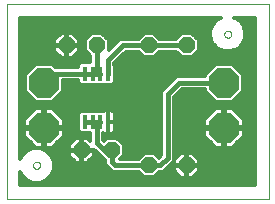
<source format=gtl>
G75*
%MOIN*%
%OFA0B0*%
%FSLAX25Y25*%
%IPPOS*%
%LPD*%
%AMOC8*
5,1,8,0,0,1.08239X$1,22.5*
%
%ADD10C,0.00000*%
%ADD11OC8,0.05200*%
%ADD12OC8,0.10000*%
%ADD13R,0.01575X0.04724*%
%ADD14C,0.01600*%
%ADD15C,0.01200*%
D10*
X0001800Y0001800D02*
X0001800Y0066761D01*
X0089251Y0066761D01*
X0089251Y0001800D01*
X0001800Y0001800D01*
X0010619Y0013050D02*
X0010621Y0013119D01*
X0010627Y0013187D01*
X0010637Y0013255D01*
X0010651Y0013322D01*
X0010669Y0013389D01*
X0010690Y0013454D01*
X0010716Y0013518D01*
X0010745Y0013580D01*
X0010777Y0013640D01*
X0010813Y0013699D01*
X0010853Y0013755D01*
X0010895Y0013809D01*
X0010941Y0013860D01*
X0010990Y0013909D01*
X0011041Y0013955D01*
X0011095Y0013997D01*
X0011151Y0014037D01*
X0011209Y0014073D01*
X0011270Y0014105D01*
X0011332Y0014134D01*
X0011396Y0014160D01*
X0011461Y0014181D01*
X0011528Y0014199D01*
X0011595Y0014213D01*
X0011663Y0014223D01*
X0011731Y0014229D01*
X0011800Y0014231D01*
X0011869Y0014229D01*
X0011937Y0014223D01*
X0012005Y0014213D01*
X0012072Y0014199D01*
X0012139Y0014181D01*
X0012204Y0014160D01*
X0012268Y0014134D01*
X0012330Y0014105D01*
X0012390Y0014073D01*
X0012449Y0014037D01*
X0012505Y0013997D01*
X0012559Y0013955D01*
X0012610Y0013909D01*
X0012659Y0013860D01*
X0012705Y0013809D01*
X0012747Y0013755D01*
X0012787Y0013699D01*
X0012823Y0013640D01*
X0012855Y0013580D01*
X0012884Y0013518D01*
X0012910Y0013454D01*
X0012931Y0013389D01*
X0012949Y0013322D01*
X0012963Y0013255D01*
X0012973Y0013187D01*
X0012979Y0013119D01*
X0012981Y0013050D01*
X0012979Y0012981D01*
X0012973Y0012913D01*
X0012963Y0012845D01*
X0012949Y0012778D01*
X0012931Y0012711D01*
X0012910Y0012646D01*
X0012884Y0012582D01*
X0012855Y0012520D01*
X0012823Y0012459D01*
X0012787Y0012401D01*
X0012747Y0012345D01*
X0012705Y0012291D01*
X0012659Y0012240D01*
X0012610Y0012191D01*
X0012559Y0012145D01*
X0012505Y0012103D01*
X0012449Y0012063D01*
X0012391Y0012027D01*
X0012330Y0011995D01*
X0012268Y0011966D01*
X0012204Y0011940D01*
X0012139Y0011919D01*
X0012072Y0011901D01*
X0012005Y0011887D01*
X0011937Y0011877D01*
X0011869Y0011871D01*
X0011800Y0011869D01*
X0011731Y0011871D01*
X0011663Y0011877D01*
X0011595Y0011887D01*
X0011528Y0011901D01*
X0011461Y0011919D01*
X0011396Y0011940D01*
X0011332Y0011966D01*
X0011270Y0011995D01*
X0011209Y0012027D01*
X0011151Y0012063D01*
X0011095Y0012103D01*
X0011041Y0012145D01*
X0010990Y0012191D01*
X0010941Y0012240D01*
X0010895Y0012291D01*
X0010853Y0012345D01*
X0010813Y0012401D01*
X0010777Y0012459D01*
X0010745Y0012520D01*
X0010716Y0012582D01*
X0010690Y0012646D01*
X0010669Y0012711D01*
X0010651Y0012778D01*
X0010637Y0012845D01*
X0010627Y0012913D01*
X0010621Y0012981D01*
X0010619Y0013050D01*
X0074369Y0056800D02*
X0074371Y0056869D01*
X0074377Y0056937D01*
X0074387Y0057005D01*
X0074401Y0057072D01*
X0074419Y0057139D01*
X0074440Y0057204D01*
X0074466Y0057268D01*
X0074495Y0057330D01*
X0074527Y0057390D01*
X0074563Y0057449D01*
X0074603Y0057505D01*
X0074645Y0057559D01*
X0074691Y0057610D01*
X0074740Y0057659D01*
X0074791Y0057705D01*
X0074845Y0057747D01*
X0074901Y0057787D01*
X0074959Y0057823D01*
X0075020Y0057855D01*
X0075082Y0057884D01*
X0075146Y0057910D01*
X0075211Y0057931D01*
X0075278Y0057949D01*
X0075345Y0057963D01*
X0075413Y0057973D01*
X0075481Y0057979D01*
X0075550Y0057981D01*
X0075619Y0057979D01*
X0075687Y0057973D01*
X0075755Y0057963D01*
X0075822Y0057949D01*
X0075889Y0057931D01*
X0075954Y0057910D01*
X0076018Y0057884D01*
X0076080Y0057855D01*
X0076140Y0057823D01*
X0076199Y0057787D01*
X0076255Y0057747D01*
X0076309Y0057705D01*
X0076360Y0057659D01*
X0076409Y0057610D01*
X0076455Y0057559D01*
X0076497Y0057505D01*
X0076537Y0057449D01*
X0076573Y0057390D01*
X0076605Y0057330D01*
X0076634Y0057268D01*
X0076660Y0057204D01*
X0076681Y0057139D01*
X0076699Y0057072D01*
X0076713Y0057005D01*
X0076723Y0056937D01*
X0076729Y0056869D01*
X0076731Y0056800D01*
X0076729Y0056731D01*
X0076723Y0056663D01*
X0076713Y0056595D01*
X0076699Y0056528D01*
X0076681Y0056461D01*
X0076660Y0056396D01*
X0076634Y0056332D01*
X0076605Y0056270D01*
X0076573Y0056209D01*
X0076537Y0056151D01*
X0076497Y0056095D01*
X0076455Y0056041D01*
X0076409Y0055990D01*
X0076360Y0055941D01*
X0076309Y0055895D01*
X0076255Y0055853D01*
X0076199Y0055813D01*
X0076141Y0055777D01*
X0076080Y0055745D01*
X0076018Y0055716D01*
X0075954Y0055690D01*
X0075889Y0055669D01*
X0075822Y0055651D01*
X0075755Y0055637D01*
X0075687Y0055627D01*
X0075619Y0055621D01*
X0075550Y0055619D01*
X0075481Y0055621D01*
X0075413Y0055627D01*
X0075345Y0055637D01*
X0075278Y0055651D01*
X0075211Y0055669D01*
X0075146Y0055690D01*
X0075082Y0055716D01*
X0075020Y0055745D01*
X0074959Y0055777D01*
X0074901Y0055813D01*
X0074845Y0055853D01*
X0074791Y0055895D01*
X0074740Y0055941D01*
X0074691Y0055990D01*
X0074645Y0056041D01*
X0074603Y0056095D01*
X0074563Y0056151D01*
X0074527Y0056209D01*
X0074495Y0056270D01*
X0074466Y0056332D01*
X0074440Y0056396D01*
X0074419Y0056461D01*
X0074401Y0056528D01*
X0074387Y0056595D01*
X0074377Y0056663D01*
X0074371Y0056731D01*
X0074369Y0056800D01*
D11*
X0061800Y0053050D03*
X0049300Y0053050D03*
X0031800Y0053050D03*
X0021800Y0053050D03*
X0026800Y0018050D03*
X0036800Y0018050D03*
X0049300Y0013050D03*
X0061800Y0013050D03*
D12*
X0074300Y0025550D03*
X0074300Y0040550D03*
X0014300Y0040550D03*
X0014300Y0025550D03*
D13*
X0027961Y0027479D03*
X0030520Y0027479D03*
X0033080Y0027479D03*
X0035639Y0027479D03*
X0035639Y0043621D03*
X0033080Y0043621D03*
X0030520Y0043621D03*
X0027961Y0043621D03*
D14*
X0017371Y0043621D01*
X0014300Y0040550D01*
X0027961Y0043621D02*
X0030520Y0043621D01*
X0031800Y0044900D01*
X0031800Y0053050D01*
X0035550Y0048050D02*
X0035550Y0043709D01*
X0035639Y0043621D01*
X0033080Y0043621D02*
X0030520Y0043621D01*
X0035550Y0048050D02*
X0040550Y0053050D01*
X0049300Y0053050D01*
X0061800Y0053050D01*
X0059300Y0040550D02*
X0055550Y0036800D01*
X0055550Y0015550D01*
X0053050Y0013050D01*
X0049300Y0013050D01*
X0038050Y0013050D01*
X0036800Y0014300D01*
X0036800Y0018050D01*
X0034300Y0018050D01*
X0031800Y0020550D01*
X0031800Y0026200D01*
X0030520Y0027479D01*
X0033080Y0027479D01*
X0030520Y0027479D02*
X0027961Y0027479D01*
X0059300Y0040550D02*
X0074300Y0040550D01*
D15*
X0079063Y0036262D02*
X0084651Y0036262D01*
X0084651Y0037461D02*
X0080262Y0037461D01*
X0080700Y0037899D02*
X0080700Y0043201D01*
X0076951Y0046950D01*
X0071649Y0046950D01*
X0067900Y0043201D01*
X0067900Y0042750D01*
X0058389Y0042750D01*
X0054639Y0039000D01*
X0053350Y0037711D01*
X0053350Y0016461D01*
X0052448Y0015559D01*
X0050957Y0017050D01*
X0047643Y0017050D01*
X0045843Y0015250D01*
X0039657Y0015250D01*
X0040800Y0016393D01*
X0040800Y0019707D01*
X0038457Y0022050D01*
X0035143Y0022050D01*
X0034277Y0021184D01*
X0034000Y0021461D01*
X0034000Y0023717D01*
X0034076Y0023717D01*
X0034234Y0023626D01*
X0034641Y0023517D01*
X0035639Y0023517D01*
X0036637Y0023517D01*
X0037044Y0023626D01*
X0037408Y0023837D01*
X0037706Y0024134D01*
X0037917Y0024499D01*
X0038026Y0024906D01*
X0038026Y0027479D01*
X0035639Y0027479D01*
X0035639Y0027479D01*
X0038026Y0027479D01*
X0038026Y0030052D01*
X0037917Y0030459D01*
X0037706Y0030824D01*
X0037408Y0031122D01*
X0037044Y0031332D01*
X0036637Y0031441D01*
X0035639Y0031441D01*
X0035639Y0027479D01*
X0035639Y0023517D01*
X0035639Y0027479D01*
X0035639Y0027479D01*
X0035639Y0027479D01*
X0035639Y0031441D01*
X0034641Y0031441D01*
X0034234Y0031332D01*
X0034076Y0031241D01*
X0026594Y0031241D01*
X0025774Y0030421D01*
X0025774Y0028403D01*
X0025761Y0028390D01*
X0025761Y0026568D01*
X0025774Y0026555D01*
X0025774Y0024537D01*
X0026594Y0023717D01*
X0029600Y0023717D01*
X0029600Y0021190D01*
X0028540Y0022250D01*
X0027000Y0022250D01*
X0027000Y0018250D01*
X0030989Y0018250D01*
X0032800Y0016439D01*
X0032800Y0016393D01*
X0034600Y0014593D01*
X0034600Y0013389D01*
X0035889Y0012100D01*
X0037139Y0010850D01*
X0045843Y0010850D01*
X0047643Y0009050D01*
X0050957Y0009050D01*
X0052757Y0010850D01*
X0053961Y0010850D01*
X0055250Y0012139D01*
X0057600Y0014489D01*
X0057600Y0013250D01*
X0061600Y0013250D01*
X0061600Y0017250D01*
X0060060Y0017250D01*
X0057750Y0014940D01*
X0057750Y0035889D01*
X0060211Y0038350D01*
X0067900Y0038350D01*
X0067900Y0037899D01*
X0071649Y0034150D01*
X0076951Y0034150D01*
X0080700Y0037899D01*
X0080700Y0038659D02*
X0084651Y0038659D01*
X0084651Y0039858D02*
X0080700Y0039858D01*
X0080700Y0041056D02*
X0084651Y0041056D01*
X0084651Y0042255D02*
X0080700Y0042255D01*
X0080448Y0043453D02*
X0084651Y0043453D01*
X0084651Y0044652D02*
X0079249Y0044652D01*
X0078051Y0045850D02*
X0084651Y0045850D01*
X0084651Y0047049D02*
X0037750Y0047049D01*
X0037750Y0047139D02*
X0041461Y0050850D01*
X0045843Y0050850D01*
X0047643Y0049050D01*
X0050957Y0049050D01*
X0052757Y0050850D01*
X0058343Y0050850D01*
X0060143Y0049050D01*
X0063457Y0049050D01*
X0065800Y0051393D01*
X0065800Y0054707D01*
X0063457Y0057050D01*
X0060143Y0057050D01*
X0058343Y0055250D01*
X0052757Y0055250D01*
X0050957Y0057050D01*
X0047643Y0057050D01*
X0045843Y0055250D01*
X0039639Y0055250D01*
X0035800Y0051411D01*
X0035800Y0054707D01*
X0033457Y0057050D01*
X0030143Y0057050D01*
X0027800Y0054707D01*
X0027800Y0051393D01*
X0029600Y0049593D01*
X0029600Y0047383D01*
X0026594Y0047383D01*
X0025774Y0046563D01*
X0025774Y0045821D01*
X0018080Y0045821D01*
X0016951Y0046950D01*
X0011649Y0046950D01*
X0007900Y0043201D01*
X0007900Y0037899D01*
X0011649Y0034150D01*
X0016951Y0034150D01*
X0020700Y0037899D01*
X0020700Y0041421D01*
X0025774Y0041421D01*
X0025774Y0040679D01*
X0026594Y0039859D01*
X0037006Y0039859D01*
X0037826Y0040679D01*
X0037826Y0042697D01*
X0037839Y0042710D01*
X0037839Y0044532D01*
X0037826Y0044545D01*
X0037826Y0046563D01*
X0037750Y0046639D01*
X0037750Y0047139D01*
X0037826Y0045850D02*
X0070549Y0045850D01*
X0069351Y0044652D02*
X0037826Y0044652D01*
X0037839Y0043453D02*
X0068152Y0043453D01*
X0063853Y0049446D02*
X0084651Y0049446D01*
X0084651Y0048247D02*
X0038859Y0048247D01*
X0040057Y0049446D02*
X0047247Y0049446D01*
X0046049Y0050644D02*
X0041256Y0050644D01*
X0037430Y0053041D02*
X0035800Y0053041D01*
X0035800Y0051843D02*
X0036232Y0051843D01*
X0035800Y0054240D02*
X0038629Y0054240D01*
X0035068Y0055438D02*
X0046032Y0055438D01*
X0047230Y0056637D02*
X0033870Y0056637D01*
X0029730Y0056637D02*
X0024153Y0056637D01*
X0023540Y0057250D02*
X0022000Y0057250D01*
X0022000Y0053250D01*
X0026000Y0053250D01*
X0026000Y0054790D01*
X0023540Y0057250D01*
X0022000Y0056637D02*
X0021600Y0056637D01*
X0021600Y0057250D02*
X0020060Y0057250D01*
X0017600Y0054790D01*
X0017600Y0053250D01*
X0021600Y0053250D01*
X0021600Y0057250D01*
X0021600Y0055438D02*
X0022000Y0055438D01*
X0022000Y0054240D02*
X0021600Y0054240D01*
X0021600Y0053250D02*
X0022000Y0053250D01*
X0022000Y0052850D01*
X0026000Y0052850D01*
X0026000Y0051310D01*
X0023540Y0048850D01*
X0022000Y0048850D01*
X0022000Y0052850D01*
X0021600Y0052850D01*
X0021600Y0048850D01*
X0020060Y0048850D01*
X0017600Y0051310D01*
X0017600Y0052850D01*
X0021600Y0052850D01*
X0021600Y0053250D01*
X0021600Y0053041D02*
X0006400Y0053041D01*
X0006400Y0051843D02*
X0017600Y0051843D01*
X0018266Y0050644D02*
X0006400Y0050644D01*
X0006400Y0049446D02*
X0019465Y0049446D01*
X0021600Y0049446D02*
X0022000Y0049446D01*
X0022000Y0050644D02*
X0021600Y0050644D01*
X0021600Y0051843D02*
X0022000Y0051843D01*
X0022000Y0053041D02*
X0027800Y0053041D01*
X0027800Y0051843D02*
X0026000Y0051843D01*
X0025334Y0050644D02*
X0028549Y0050644D01*
X0029600Y0049446D02*
X0024135Y0049446D01*
X0026260Y0047049D02*
X0006400Y0047049D01*
X0006400Y0048247D02*
X0029600Y0048247D01*
X0025774Y0045850D02*
X0018051Y0045850D01*
X0020700Y0041056D02*
X0025774Y0041056D01*
X0020700Y0039858D02*
X0055496Y0039858D01*
X0054298Y0038659D02*
X0020700Y0038659D01*
X0020262Y0037461D02*
X0053350Y0037461D01*
X0053350Y0036262D02*
X0019063Y0036262D01*
X0017865Y0035064D02*
X0053350Y0035064D01*
X0053350Y0033865D02*
X0006400Y0033865D01*
X0006400Y0032667D02*
X0053350Y0032667D01*
X0053350Y0031468D02*
X0017716Y0031468D01*
X0017034Y0032150D02*
X0014600Y0032150D01*
X0014600Y0025850D01*
X0020900Y0025850D01*
X0020900Y0028284D01*
X0017034Y0032150D01*
X0014600Y0031468D02*
X0014000Y0031468D01*
X0014000Y0032150D02*
X0011566Y0032150D01*
X0007700Y0028284D01*
X0007700Y0025850D01*
X0014000Y0025850D01*
X0014000Y0032150D01*
X0014000Y0030270D02*
X0014600Y0030270D01*
X0014600Y0029071D02*
X0014000Y0029071D01*
X0014000Y0027873D02*
X0014600Y0027873D01*
X0014600Y0026674D02*
X0014000Y0026674D01*
X0014000Y0025850D02*
X0014600Y0025850D01*
X0014600Y0025250D01*
X0020900Y0025250D01*
X0020900Y0022816D01*
X0017034Y0018950D01*
X0014600Y0018950D01*
X0014600Y0025250D01*
X0014000Y0025250D01*
X0014000Y0018950D01*
X0011566Y0018950D01*
X0007700Y0022816D01*
X0007700Y0025250D01*
X0014000Y0025250D01*
X0014000Y0025850D01*
X0014000Y0025476D02*
X0006400Y0025476D01*
X0006400Y0024277D02*
X0007700Y0024277D01*
X0007700Y0023079D02*
X0006400Y0023079D01*
X0006400Y0021880D02*
X0008636Y0021880D01*
X0009835Y0020682D02*
X0006400Y0020682D01*
X0006400Y0019483D02*
X0011033Y0019483D01*
X0010650Y0018831D02*
X0008525Y0017951D01*
X0006899Y0016325D01*
X0006400Y0015120D01*
X0006400Y0062161D01*
X0073385Y0062161D01*
X0072275Y0061701D01*
X0070649Y0060075D01*
X0069769Y0057950D01*
X0069769Y0055650D01*
X0070649Y0053525D01*
X0072275Y0051899D01*
X0074400Y0051019D01*
X0076700Y0051019D01*
X0078825Y0051899D01*
X0080451Y0053525D01*
X0081331Y0055650D01*
X0081331Y0057950D01*
X0080451Y0060075D01*
X0078825Y0061701D01*
X0077715Y0062161D01*
X0084651Y0062161D01*
X0084651Y0006400D01*
X0006400Y0006400D01*
X0006400Y0010980D01*
X0006899Y0009775D01*
X0008525Y0008149D01*
X0010650Y0007269D01*
X0012950Y0007269D01*
X0015075Y0008149D01*
X0016701Y0009775D01*
X0017581Y0011900D01*
X0017581Y0014200D01*
X0016701Y0016325D01*
X0015075Y0017951D01*
X0012950Y0018831D01*
X0010650Y0018831D01*
X0009330Y0018284D02*
X0006400Y0018284D01*
X0006400Y0017086D02*
X0007660Y0017086D01*
X0006718Y0015887D02*
X0006400Y0015887D01*
X0014270Y0018284D02*
X0022600Y0018284D01*
X0022600Y0018250D02*
X0026600Y0018250D01*
X0026600Y0022250D01*
X0025060Y0022250D01*
X0022600Y0019790D01*
X0022600Y0018250D01*
X0022600Y0017850D02*
X0022600Y0016310D01*
X0025060Y0013850D01*
X0026600Y0013850D01*
X0026600Y0017850D01*
X0027000Y0017850D01*
X0027000Y0018250D01*
X0026600Y0018250D01*
X0026600Y0017850D01*
X0022600Y0017850D01*
X0022600Y0017086D02*
X0015940Y0017086D01*
X0016882Y0015887D02*
X0023023Y0015887D01*
X0024221Y0014689D02*
X0017379Y0014689D01*
X0017581Y0013490D02*
X0034600Y0013490D01*
X0034504Y0014689D02*
X0029379Y0014689D01*
X0028540Y0013850D02*
X0031000Y0016310D01*
X0031000Y0017850D01*
X0027000Y0017850D01*
X0027000Y0013850D01*
X0028540Y0013850D01*
X0027000Y0014689D02*
X0026600Y0014689D01*
X0026600Y0015887D02*
X0027000Y0015887D01*
X0027000Y0017086D02*
X0026600Y0017086D01*
X0026600Y0018284D02*
X0027000Y0018284D01*
X0027000Y0019483D02*
X0026600Y0019483D01*
X0026600Y0020682D02*
X0027000Y0020682D01*
X0027000Y0021880D02*
X0026600Y0021880D01*
X0024690Y0021880D02*
X0019964Y0021880D01*
X0018765Y0020682D02*
X0023492Y0020682D01*
X0022600Y0019483D02*
X0017567Y0019483D01*
X0014600Y0019483D02*
X0014000Y0019483D01*
X0014000Y0020682D02*
X0014600Y0020682D01*
X0014600Y0021880D02*
X0014000Y0021880D01*
X0014000Y0023079D02*
X0014600Y0023079D01*
X0014600Y0024277D02*
X0014000Y0024277D01*
X0014600Y0025476D02*
X0025774Y0025476D01*
X0026034Y0024277D02*
X0020900Y0024277D01*
X0020900Y0023079D02*
X0029600Y0023079D01*
X0029600Y0021880D02*
X0028910Y0021880D01*
X0034000Y0021880D02*
X0034973Y0021880D01*
X0034000Y0023079D02*
X0053350Y0023079D01*
X0053350Y0024277D02*
X0037789Y0024277D01*
X0038026Y0025476D02*
X0053350Y0025476D01*
X0053350Y0026674D02*
X0038026Y0026674D01*
X0038026Y0027873D02*
X0053350Y0027873D01*
X0053350Y0029071D02*
X0038026Y0029071D01*
X0037968Y0030270D02*
X0053350Y0030270D01*
X0057750Y0030270D02*
X0069686Y0030270D01*
X0068487Y0029071D02*
X0057750Y0029071D01*
X0057750Y0027873D02*
X0067700Y0027873D01*
X0067700Y0028284D02*
X0067700Y0025850D01*
X0074000Y0025850D01*
X0074000Y0032150D01*
X0071566Y0032150D01*
X0067700Y0028284D01*
X0067700Y0026674D02*
X0057750Y0026674D01*
X0057750Y0025476D02*
X0074000Y0025476D01*
X0074000Y0025250D02*
X0067700Y0025250D01*
X0067700Y0022816D01*
X0071566Y0018950D01*
X0074000Y0018950D01*
X0074000Y0025250D01*
X0074600Y0025250D01*
X0074600Y0025850D01*
X0080900Y0025850D01*
X0080900Y0028284D01*
X0077034Y0032150D01*
X0074600Y0032150D01*
X0074600Y0025850D01*
X0074000Y0025850D01*
X0074000Y0025250D01*
X0074600Y0025250D02*
X0074600Y0018950D01*
X0077034Y0018950D01*
X0080900Y0022816D01*
X0080900Y0025250D01*
X0074600Y0025250D01*
X0074600Y0025476D02*
X0084651Y0025476D01*
X0084651Y0024277D02*
X0080900Y0024277D01*
X0080900Y0023079D02*
X0084651Y0023079D01*
X0084651Y0021880D02*
X0079964Y0021880D01*
X0078765Y0020682D02*
X0084651Y0020682D01*
X0084651Y0019483D02*
X0077567Y0019483D01*
X0074600Y0019483D02*
X0074000Y0019483D01*
X0074000Y0020682D02*
X0074600Y0020682D01*
X0074600Y0021880D02*
X0074000Y0021880D01*
X0074000Y0023079D02*
X0074600Y0023079D01*
X0074600Y0024277D02*
X0074000Y0024277D01*
X0074000Y0026674D02*
X0074600Y0026674D01*
X0074600Y0027873D02*
X0074000Y0027873D01*
X0074000Y0029071D02*
X0074600Y0029071D01*
X0074600Y0030270D02*
X0074000Y0030270D01*
X0074000Y0031468D02*
X0074600Y0031468D01*
X0077716Y0031468D02*
X0084651Y0031468D01*
X0084651Y0030270D02*
X0078914Y0030270D01*
X0080113Y0029071D02*
X0084651Y0029071D01*
X0084651Y0027873D02*
X0080900Y0027873D01*
X0080900Y0026674D02*
X0084651Y0026674D01*
X0084651Y0032667D02*
X0057750Y0032667D01*
X0057750Y0033865D02*
X0084651Y0033865D01*
X0084651Y0035064D02*
X0077865Y0035064D01*
X0070735Y0035064D02*
X0057750Y0035064D01*
X0058123Y0036262D02*
X0069537Y0036262D01*
X0068338Y0037461D02*
X0059322Y0037461D01*
X0056695Y0041056D02*
X0037826Y0041056D01*
X0037826Y0042255D02*
X0057893Y0042255D01*
X0059747Y0049446D02*
X0051353Y0049446D01*
X0052551Y0050644D02*
X0058549Y0050644D01*
X0058532Y0055438D02*
X0052568Y0055438D01*
X0051370Y0056637D02*
X0059730Y0056637D01*
X0063870Y0056637D02*
X0069769Y0056637D01*
X0069857Y0055438D02*
X0065068Y0055438D01*
X0065800Y0054240D02*
X0070353Y0054240D01*
X0071133Y0053041D02*
X0065800Y0053041D01*
X0065800Y0051843D02*
X0072411Y0051843D01*
X0078689Y0051843D02*
X0084651Y0051843D01*
X0084651Y0053041D02*
X0079967Y0053041D01*
X0080747Y0054240D02*
X0084651Y0054240D01*
X0084651Y0055438D02*
X0081243Y0055438D01*
X0081331Y0056637D02*
X0084651Y0056637D01*
X0084651Y0057835D02*
X0081331Y0057835D01*
X0080882Y0059034D02*
X0084651Y0059034D01*
X0084651Y0060232D02*
X0080293Y0060232D01*
X0079095Y0061431D02*
X0084651Y0061431D01*
X0072005Y0061431D02*
X0006400Y0061431D01*
X0006400Y0060232D02*
X0070807Y0060232D01*
X0070218Y0059034D02*
X0006400Y0059034D01*
X0006400Y0057835D02*
X0069769Y0057835D01*
X0065051Y0050644D02*
X0084651Y0050644D01*
X0070884Y0031468D02*
X0057750Y0031468D01*
X0057750Y0024277D02*
X0067700Y0024277D01*
X0067700Y0023079D02*
X0057750Y0023079D01*
X0057750Y0021880D02*
X0068636Y0021880D01*
X0069835Y0020682D02*
X0057750Y0020682D01*
X0057750Y0019483D02*
X0071033Y0019483D01*
X0064902Y0015887D02*
X0084651Y0015887D01*
X0084651Y0014689D02*
X0066000Y0014689D01*
X0066000Y0014790D02*
X0063540Y0017250D01*
X0062000Y0017250D01*
X0062000Y0013250D01*
X0061600Y0013250D01*
X0061600Y0012850D01*
X0062000Y0012850D01*
X0062000Y0013250D01*
X0066000Y0013250D01*
X0066000Y0014790D01*
X0066000Y0013490D02*
X0084651Y0013490D01*
X0084651Y0012292D02*
X0066000Y0012292D01*
X0066000Y0012850D02*
X0062000Y0012850D01*
X0062000Y0008850D01*
X0063540Y0008850D01*
X0066000Y0011310D01*
X0066000Y0012850D01*
X0065783Y0011093D02*
X0084651Y0011093D01*
X0084651Y0009895D02*
X0064585Y0009895D01*
X0062000Y0009895D02*
X0061600Y0009895D01*
X0061600Y0008850D02*
X0061600Y0012850D01*
X0057600Y0012850D01*
X0057600Y0011310D01*
X0060060Y0008850D01*
X0061600Y0008850D01*
X0061600Y0011093D02*
X0062000Y0011093D01*
X0062000Y0012292D02*
X0061600Y0012292D01*
X0061600Y0013490D02*
X0062000Y0013490D01*
X0062000Y0014689D02*
X0061600Y0014689D01*
X0061600Y0015887D02*
X0062000Y0015887D01*
X0062000Y0017086D02*
X0061600Y0017086D01*
X0059896Y0017086D02*
X0057750Y0017086D01*
X0057750Y0018284D02*
X0084651Y0018284D01*
X0084651Y0017086D02*
X0063704Y0017086D01*
X0058698Y0015887D02*
X0057750Y0015887D01*
X0057600Y0013490D02*
X0056602Y0013490D01*
X0057600Y0012292D02*
X0055403Y0012292D01*
X0054205Y0011093D02*
X0057817Y0011093D01*
X0059015Y0009895D02*
X0051802Y0009895D01*
X0046798Y0009895D02*
X0016751Y0009895D01*
X0015622Y0008696D02*
X0084651Y0008696D01*
X0084651Y0007498D02*
X0013503Y0007498D01*
X0010097Y0007498D02*
X0006400Y0007498D01*
X0006400Y0008696D02*
X0007978Y0008696D01*
X0006849Y0009895D02*
X0006400Y0009895D01*
X0017247Y0011093D02*
X0036895Y0011093D01*
X0035697Y0012292D02*
X0017581Y0012292D01*
X0030577Y0015887D02*
X0033306Y0015887D01*
X0032153Y0017086D02*
X0031000Y0017086D01*
X0038627Y0021880D02*
X0053350Y0021880D01*
X0053350Y0020682D02*
X0039825Y0020682D01*
X0040800Y0019483D02*
X0053350Y0019483D01*
X0053350Y0018284D02*
X0040800Y0018284D01*
X0040800Y0017086D02*
X0053350Y0017086D01*
X0052776Y0015887D02*
X0052119Y0015887D01*
X0046481Y0015887D02*
X0040294Y0015887D01*
X0035639Y0024277D02*
X0035639Y0024277D01*
X0035639Y0025476D02*
X0035639Y0025476D01*
X0035639Y0026674D02*
X0035639Y0026674D01*
X0035639Y0027873D02*
X0035639Y0027873D01*
X0035639Y0029071D02*
X0035639Y0029071D01*
X0035639Y0030270D02*
X0035639Y0030270D01*
X0025774Y0030270D02*
X0018914Y0030270D01*
X0020113Y0029071D02*
X0025774Y0029071D01*
X0025761Y0027873D02*
X0020900Y0027873D01*
X0020900Y0026674D02*
X0025761Y0026674D01*
X0010884Y0031468D02*
X0006400Y0031468D01*
X0006400Y0030270D02*
X0009686Y0030270D01*
X0008487Y0029071D02*
X0006400Y0029071D01*
X0006400Y0027873D02*
X0007700Y0027873D01*
X0007700Y0026674D02*
X0006400Y0026674D01*
X0006400Y0035064D02*
X0010735Y0035064D01*
X0009537Y0036262D02*
X0006400Y0036262D01*
X0006400Y0037461D02*
X0008338Y0037461D01*
X0007900Y0038659D02*
X0006400Y0038659D01*
X0006400Y0039858D02*
X0007900Y0039858D01*
X0007900Y0041056D02*
X0006400Y0041056D01*
X0006400Y0042255D02*
X0007900Y0042255D01*
X0008152Y0043453D02*
X0006400Y0043453D01*
X0006400Y0044652D02*
X0009351Y0044652D01*
X0010549Y0045850D02*
X0006400Y0045850D01*
X0006400Y0054240D02*
X0017600Y0054240D01*
X0018249Y0055438D02*
X0006400Y0055438D01*
X0006400Y0056637D02*
X0019447Y0056637D01*
X0025351Y0055438D02*
X0028532Y0055438D01*
X0027800Y0054240D02*
X0026000Y0054240D01*
M02*

</source>
